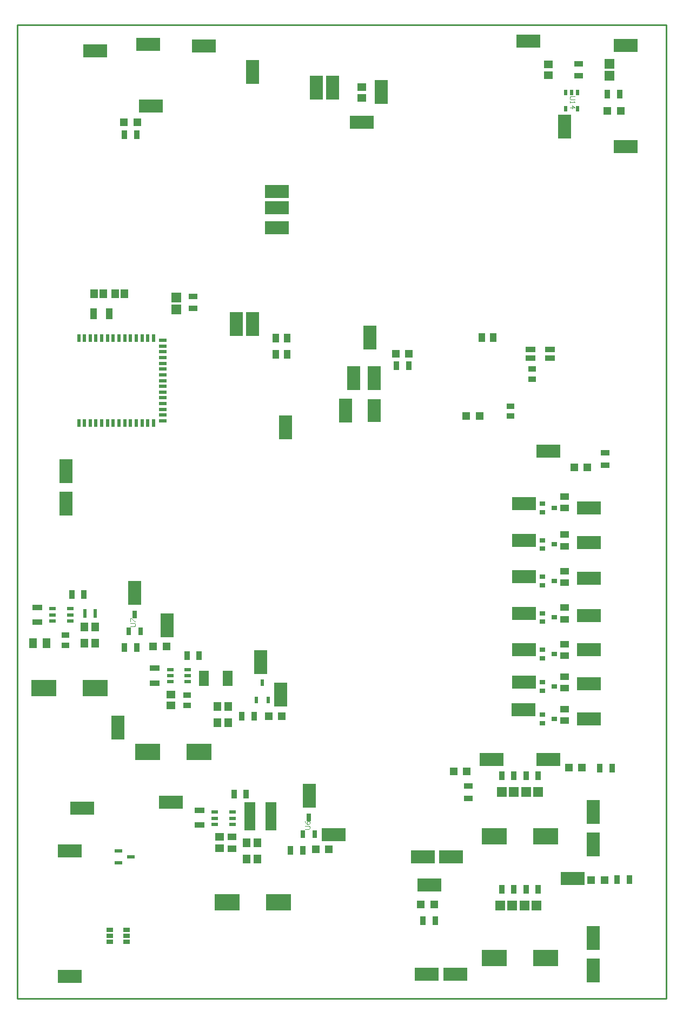
<source format=gtp>
G04*
G04 #@! TF.GenerationSoftware,Altium Limited,Altium Designer,22.6.1 (34)*
G04*
G04 Layer_Color=8421504*
%FSLAX25Y25*%
%MOIN*%
G70*
G04*
G04 #@! TF.SameCoordinates,7D94B0EB-34EF-48B3-BABB-182D4114F96C*
G04*
G04*
G04 #@! TF.FilePolarity,Positive*
G04*
G01*
G75*
%ADD16C,0.01000*%
%ADD17C,0.00236*%
%ADD18R,0.02165X0.03937*%
%ADD19R,0.05000X0.02402*%
%ADD20R,0.02402X0.05000*%
%ADD21R,0.03543X0.02756*%
%ADD22R,0.05906X0.03543*%
%ADD23R,0.04724X0.04724*%
%ADD24R,0.05709X0.03740*%
%ADD25R,0.15748X0.09843*%
%ADD26R,0.14961X0.07992*%
%ADD27R,0.07992X0.14961*%
%ADD28R,0.05709X0.04528*%
%ADD29R,0.03937X0.05315*%
%ADD30R,0.03937X0.07087*%
%ADD31R,0.06102X0.05906*%
%ADD32R,0.05512X0.03740*%
%ADD33R,0.06127X0.03765*%
%ADD34R,0.04750X0.05938*%
%ADD35R,0.04969X0.03182*%
%ADD36R,0.03937X0.02362*%
%ADD37R,0.03740X0.05512*%
G04:AMPARAMS|DCode=38|XSize=25.59mil|YSize=47.24mil|CornerRadius=1.92mil|HoleSize=0mil|Usage=FLASHONLY|Rotation=180.000|XOffset=0mil|YOffset=0mil|HoleType=Round|Shape=RoundedRectangle|*
%AMROUNDEDRECTD38*
21,1,0.02559,0.04341,0,0,180.0*
21,1,0.02175,0.04724,0,0,180.0*
1,1,0.00384,-0.01088,0.02170*
1,1,0.00384,0.01088,0.02170*
1,1,0.00384,0.01088,-0.02170*
1,1,0.00384,-0.01088,-0.02170*
%
%ADD38ROUNDEDRECTD38*%
%ADD39R,0.03937X0.02756*%
%ADD40R,0.03740X0.05709*%
%ADD41R,0.05315X0.03937*%
%ADD42R,0.02362X0.05709*%
%ADD43R,0.05906X0.09449*%
%ADD44R,0.07087X0.17717*%
%ADD45R,0.04961X0.02402*%
%ADD46R,0.04940X0.05733*%
%ADD47R,0.05709X0.04134*%
%ADD48R,0.04528X0.05315*%
%ADD49R,0.07992X0.14061*%
%ADD50R,0.04969X0.03378*%
G04:AMPARAMS|DCode=51|XSize=21.65mil|YSize=31.5mil|CornerRadius=1.95mil|HoleSize=0mil|Usage=FLASHONLY|Rotation=0.000|XOffset=0mil|YOffset=0mil|HoleType=Round|Shape=RoundedRectangle|*
%AMROUNDEDRECTD51*
21,1,0.02165,0.02760,0,0,0.0*
21,1,0.01776,0.03150,0,0,0.0*
1,1,0.00390,0.00888,-0.01380*
1,1,0.00390,-0.00888,-0.01380*
1,1,0.00390,-0.00888,0.01380*
1,1,0.00390,0.00888,0.01380*
%
%ADD51ROUNDEDRECTD51*%
%ADD52R,0.05363X0.04743*%
%ADD53R,0.05906X0.06102*%
D16*
X100000Y100000D02*
Y700000D01*
X500000D01*
Y100000D02*
Y700000D01*
X100000Y100000D02*
X500000D01*
D17*
X169883Y329614D02*
X172382D01*
X172882Y330114D01*
Y331114D01*
X172382Y331613D01*
X169883D01*
Y332613D02*
Y334613D01*
X170383D01*
X172382Y332613D01*
X172882D01*
X277383Y204614D02*
X279882D01*
X280382Y205114D01*
Y206114D01*
X279882Y206613D01*
X277383D01*
Y209613D02*
X277883Y208613D01*
X278882Y207613D01*
X279882D01*
X280382Y208113D01*
Y209113D01*
X279882Y209613D01*
X279382D01*
X278882Y209113D01*
Y207613D01*
X443720Y656100D02*
X441221D01*
X440722Y655601D01*
Y654601D01*
X441221Y654101D01*
X443720D01*
X440722Y653101D02*
Y652102D01*
Y652601D01*
X443720D01*
X443221Y653101D01*
X440722Y649103D02*
X443720D01*
X442221Y650602D01*
Y648603D01*
D18*
X251122Y294742D02*
D03*
X254862Y284114D02*
D03*
X247382Y284114D02*
D03*
D19*
X189925Y456098D02*
D03*
Y459642D02*
D03*
Y463185D02*
D03*
Y466728D02*
D03*
Y470311D02*
D03*
Y473854D02*
D03*
Y477398D02*
D03*
Y480941D02*
D03*
Y484484D02*
D03*
Y488027D02*
D03*
Y491610D02*
D03*
Y495154D02*
D03*
Y498697D02*
D03*
Y502240D02*
D03*
Y505784D02*
D03*
D20*
X138000Y454882D02*
D03*
X141543D02*
D03*
X145087D02*
D03*
X148630D02*
D03*
X152213D02*
D03*
X155756D02*
D03*
X159299D02*
D03*
X162843D02*
D03*
X166386D02*
D03*
X169929D02*
D03*
X173512D02*
D03*
X177055D02*
D03*
X180598D02*
D03*
X184142D02*
D03*
Y507000D02*
D03*
X180598D02*
D03*
X177055D02*
D03*
X173512D02*
D03*
X169929D02*
D03*
X166386D02*
D03*
X162843D02*
D03*
X159299D02*
D03*
X155756D02*
D03*
X152213D02*
D03*
X148630D02*
D03*
X145087D02*
D03*
X141543D02*
D03*
X138000D02*
D03*
D21*
X431240Y292500D02*
D03*
X423760Y289941D02*
D03*
Y295059D02*
D03*
X431240Y312500D02*
D03*
X423760Y309941D02*
D03*
Y315059D02*
D03*
X431240Y357500D02*
D03*
X423760Y354941D02*
D03*
Y360059D02*
D03*
X431240Y380000D02*
D03*
X423760Y377441D02*
D03*
Y382559D02*
D03*
X431240Y402500D02*
D03*
X423760Y399941D02*
D03*
Y405059D02*
D03*
X431240Y272500D02*
D03*
X423760Y269941D02*
D03*
Y275059D02*
D03*
X431240Y335000D02*
D03*
X423760Y332441D02*
D03*
Y337559D02*
D03*
D22*
X428602Y494715D02*
D03*
Y500285D02*
D03*
X416398Y494715D02*
D03*
Y500295D02*
D03*
D23*
X369000Y240000D02*
D03*
X377268D02*
D03*
X453732Y173000D02*
D03*
X462000D02*
D03*
X448268Y242500D02*
D03*
X440000D02*
D03*
X451634Y427500D02*
D03*
X443366D02*
D03*
X385000Y459000D02*
D03*
X376732D02*
D03*
X255000Y274000D02*
D03*
X263268D02*
D03*
X192000Y317000D02*
D03*
X183732D02*
D03*
X292268Y192000D02*
D03*
X284000D02*
D03*
X333366Y497500D02*
D03*
X341634D02*
D03*
X165866Y640000D02*
D03*
X174134D02*
D03*
X463866Y647000D02*
D03*
X472134D02*
D03*
X357134Y158000D02*
D03*
X348866D02*
D03*
D24*
X378000Y231000D02*
D03*
Y223323D02*
D03*
X462500Y436339D02*
D03*
Y428661D02*
D03*
D25*
X180504Y252000D02*
D03*
X212000D02*
D03*
X116634Y291614D02*
D03*
X148130D02*
D03*
X260996Y159500D02*
D03*
X229500D02*
D03*
X394252Y125000D02*
D03*
X425748D02*
D03*
Y200000D02*
D03*
X394252D02*
D03*
D26*
X427500Y247500D02*
D03*
X392500D02*
D03*
X412000Y278000D02*
D03*
X412500Y295000D02*
D03*
Y315000D02*
D03*
Y337500D02*
D03*
Y360000D02*
D03*
Y382500D02*
D03*
Y405000D02*
D03*
X148000Y684000D02*
D03*
X140000Y217500D02*
D03*
X194882Y221240D02*
D03*
X295000Y201000D02*
D03*
X260000Y575000D02*
D03*
Y587500D02*
D03*
Y597500D02*
D03*
X132382Y191240D02*
D03*
Y113740D02*
D03*
X182500Y650000D02*
D03*
X312500Y640000D02*
D03*
X475000Y625000D02*
D03*
X415000Y690000D02*
D03*
X475000Y687500D02*
D03*
X352500Y115000D02*
D03*
X442500Y174000D02*
D03*
X354000Y170000D02*
D03*
X215000Y687000D02*
D03*
X180752Y688000D02*
D03*
X427500Y437500D02*
D03*
X452500Y294065D02*
D03*
Y381016D02*
D03*
Y272500D02*
D03*
Y315000D02*
D03*
Y359295D02*
D03*
Y336134D02*
D03*
Y402500D02*
D03*
X350000Y187500D02*
D03*
X367500D02*
D03*
X370000Y115000D02*
D03*
D27*
X192500Y330000D02*
D03*
X250000Y307500D02*
D03*
X172500Y350000D02*
D03*
X280000Y225000D02*
D03*
X307500Y482500D02*
D03*
X320000D02*
D03*
X265575Y452000D02*
D03*
X245000Y515835D02*
D03*
X235000Y515835D02*
D03*
X130000Y425000D02*
D03*
Y405000D02*
D03*
X262500Y287500D02*
D03*
X162000Y267000D02*
D03*
X302500Y462500D02*
D03*
X317500Y507500D02*
D03*
X245000Y671000D02*
D03*
X324519Y658847D02*
D03*
X284519Y661347D02*
D03*
X294519D02*
D03*
X437500Y637500D02*
D03*
X455000Y195000D02*
D03*
Y137500D02*
D03*
Y117500D02*
D03*
Y215000D02*
D03*
D28*
X312500Y661890D02*
D03*
Y655000D02*
D03*
X194882Y280669D02*
D03*
Y287559D02*
D03*
X224882Y199685D02*
D03*
Y192795D02*
D03*
D29*
X266618Y497000D02*
D03*
X259531D02*
D03*
X266618Y507000D02*
D03*
X259531D02*
D03*
X393543Y507500D02*
D03*
X386457D02*
D03*
D30*
X147000Y522000D02*
D03*
X156843D02*
D03*
D31*
X198075Y524913D02*
D03*
Y532000D02*
D03*
X465000Y676043D02*
D03*
Y668957D02*
D03*
D32*
X208575Y532772D02*
D03*
Y525488D02*
D03*
X446161Y668858D02*
D03*
Y676142D02*
D03*
D33*
X112382Y341240D02*
D03*
Y331988D02*
D03*
X184882Y294488D02*
D03*
Y303740D02*
D03*
X212382Y216240D02*
D03*
Y206988D02*
D03*
D34*
X118137Y319000D02*
D03*
X109863D02*
D03*
D35*
X129882Y317799D02*
D03*
Y324114D02*
D03*
X204882Y280957D02*
D03*
Y287272D02*
D03*
D36*
X121968Y340354D02*
D03*
Y336614D02*
D03*
Y332874D02*
D03*
X132795D02*
D03*
Y336614D02*
D03*
Y340354D02*
D03*
X205295Y302854D02*
D03*
Y299114D02*
D03*
Y295374D02*
D03*
X194468D02*
D03*
Y299114D02*
D03*
Y302854D02*
D03*
X232795Y214980D02*
D03*
Y211240D02*
D03*
Y207500D02*
D03*
X221969D02*
D03*
Y211240D02*
D03*
Y214980D02*
D03*
D37*
X133740Y349114D02*
D03*
X141024D02*
D03*
X212165Y311614D02*
D03*
X204882D02*
D03*
X233740Y226240D02*
D03*
X241024D02*
D03*
X406142Y237500D02*
D03*
X398858D02*
D03*
X413858D02*
D03*
X421142D02*
D03*
X406142Y167500D02*
D03*
X398858D02*
D03*
X413858D02*
D03*
X421142D02*
D03*
D38*
X168642Y326496D02*
D03*
X176122D02*
D03*
X172382Y336732D02*
D03*
X276142Y201496D02*
D03*
X283622D02*
D03*
X279882Y211732D02*
D03*
D39*
X167500Y135000D02*
D03*
Y138740D02*
D03*
Y142480D02*
D03*
X157264D02*
D03*
Y138740D02*
D03*
Y135000D02*
D03*
D40*
X466839Y242000D02*
D03*
X459161D02*
D03*
X246220Y274114D02*
D03*
X238543D02*
D03*
X166043Y316614D02*
D03*
X173721D02*
D03*
X268543Y191614D02*
D03*
X276220D02*
D03*
X341339Y490000D02*
D03*
X333661D02*
D03*
X173839Y632500D02*
D03*
X166161D02*
D03*
X463661Y657500D02*
D03*
X471339D02*
D03*
X477503Y173500D02*
D03*
X469826D02*
D03*
X350161Y148000D02*
D03*
X357839D02*
D03*
D41*
X437500Y291457D02*
D03*
Y298543D02*
D03*
Y311457D02*
D03*
Y318543D02*
D03*
Y356457D02*
D03*
Y363543D02*
D03*
Y378957D02*
D03*
Y386043D02*
D03*
Y271457D02*
D03*
Y278543D02*
D03*
Y333957D02*
D03*
Y341043D02*
D03*
Y402500D02*
D03*
Y409587D02*
D03*
D42*
X141850Y337500D02*
D03*
X148150D02*
D03*
D43*
X229784Y297500D02*
D03*
X215216D02*
D03*
D44*
X256496Y212500D02*
D03*
X243504D02*
D03*
D45*
X170217Y187480D02*
D03*
X162382Y183740D02*
D03*
Y191220D02*
D03*
D46*
X148133Y319114D02*
D03*
X141631D02*
D03*
X148133Y329114D02*
D03*
X141631D02*
D03*
X223498Y270000D02*
D03*
X230000D02*
D03*
X223498Y280000D02*
D03*
X230000D02*
D03*
X248133Y186240D02*
D03*
X241631D02*
D03*
X248133Y196240D02*
D03*
X241631D02*
D03*
D47*
X232382Y192598D02*
D03*
Y199882D02*
D03*
D48*
X160575Y534500D02*
D03*
X166284D02*
D03*
X147366D02*
D03*
X153075D02*
D03*
D49*
X320000Y462500D02*
D03*
D50*
X417500Y481941D02*
D03*
Y488059D02*
D03*
X404067Y459146D02*
D03*
Y465264D02*
D03*
D51*
X445462Y658620D02*
D03*
X441721D02*
D03*
X437981D02*
D03*
Y648581D02*
D03*
X445462D02*
D03*
D52*
X427500Y669150D02*
D03*
Y675849D02*
D03*
D53*
X398957Y227500D02*
D03*
X406043D02*
D03*
X421043D02*
D03*
X413957D02*
D03*
X397913Y157500D02*
D03*
X405000D02*
D03*
X420000D02*
D03*
X412913D02*
D03*
M02*

</source>
